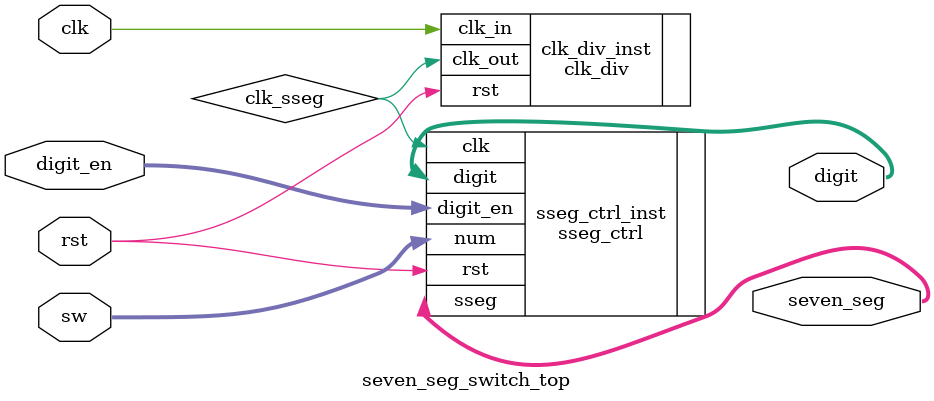
<source format=sv>
`timescale 1ns / 1ps


module seven_seg_switch_top(
    input         clk,
    input         rst,
    input  [15:0] sw,
    input  [3:0]  digit_en,
    output [3:0]  digit,
    output [7:0]  seven_seg
    );

    // Slow clock signal for 7 segment display
    logic clk_sseg;

    // Clock divider to see output at seven segment
    // NOTE: 1000 is ideal
    clk_div #(.FACTOR(1000)) clk_div_inst(
        .clk_in(clk),
        .rst(rst),
        .clk_out(clk_sseg));

    // 7 segment display controller
    sseg_ctrl sseg_ctrl_inst(
        .clk(clk_sseg),
        .rst(rst),
        .num(sw),
	.digit_en(digit_en),
        .digit(digit),
        .sseg(seven_seg));

endmodule

</source>
